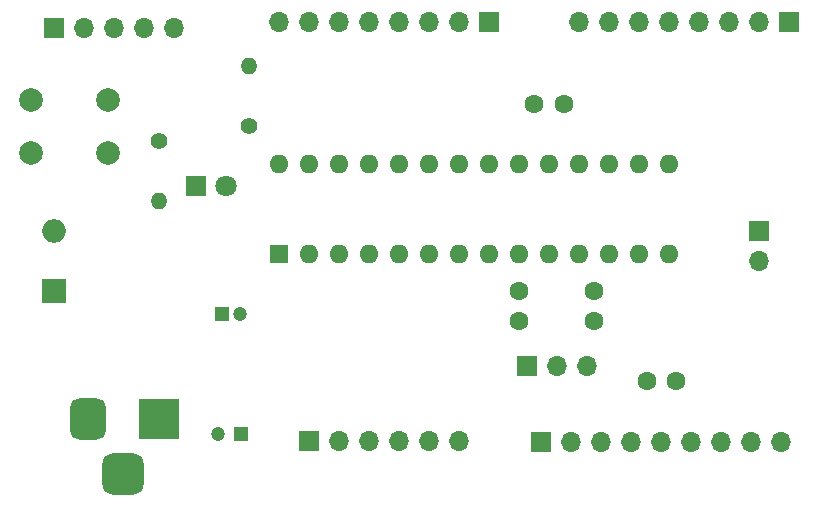
<source format=gbr>
%TF.GenerationSoftware,KiCad,Pcbnew,(6.0.1)*%
%TF.CreationDate,2022-02-10T17:55:29+03:30*%
%TF.ProjectId,PIC Microcontroller Development Board,50494320-4d69-4637-926f-636f6e74726f,rev?*%
%TF.SameCoordinates,Original*%
%TF.FileFunction,Soldermask,Top*%
%TF.FilePolarity,Negative*%
%FSLAX46Y46*%
G04 Gerber Fmt 4.6, Leading zero omitted, Abs format (unit mm)*
G04 Created by KiCad (PCBNEW (6.0.1)) date 2022-02-10 17:55:29*
%MOMM*%
%LPD*%
G01*
G04 APERTURE LIST*
G04 Aperture macros list*
%AMRoundRect*
0 Rectangle with rounded corners*
0 $1 Rounding radius*
0 $2 $3 $4 $5 $6 $7 $8 $9 X,Y pos of 4 corners*
0 Add a 4 corners polygon primitive as box body*
4,1,4,$2,$3,$4,$5,$6,$7,$8,$9,$2,$3,0*
0 Add four circle primitives for the rounded corners*
1,1,$1+$1,$2,$3*
1,1,$1+$1,$4,$5*
1,1,$1+$1,$6,$7*
1,1,$1+$1,$8,$9*
0 Add four rect primitives between the rounded corners*
20,1,$1+$1,$2,$3,$4,$5,0*
20,1,$1+$1,$4,$5,$6,$7,0*
20,1,$1+$1,$6,$7,$8,$9,0*
20,1,$1+$1,$8,$9,$2,$3,0*%
G04 Aperture macros list end*
%ADD10R,1.600000X1.600000*%
%ADD11O,1.600000X1.600000*%
%ADD12R,2.000000X2.000000*%
%ADD13O,2.000000X2.000000*%
%ADD14C,2.000000*%
%ADD15C,1.400000*%
%ADD16O,1.400000X1.400000*%
%ADD17R,1.700000X1.700000*%
%ADD18O,1.700000X1.700000*%
%ADD19R,3.500000X3.500000*%
%ADD20RoundRect,0.750000X-0.750000X-1.000000X0.750000X-1.000000X0.750000X1.000000X-0.750000X1.000000X0*%
%ADD21RoundRect,0.875000X-0.875000X-0.875000X0.875000X-0.875000X0.875000X0.875000X-0.875000X0.875000X0*%
%ADD22R,1.800000X1.800000*%
%ADD23C,1.800000*%
%ADD24C,1.600000*%
%ADD25R,1.200000X1.200000*%
%ADD26C,1.200000*%
G04 APERTURE END LIST*
D10*
%TO.C,U2*%
X120660000Y-97780000D03*
D11*
X123200000Y-97780000D03*
X125740000Y-97780000D03*
X128280000Y-97780000D03*
X130820000Y-97780000D03*
X133360000Y-97780000D03*
X135900000Y-97780000D03*
X138440000Y-97780000D03*
X140980000Y-97780000D03*
X143520000Y-97780000D03*
X146060000Y-97780000D03*
X148600000Y-97780000D03*
X151140000Y-97780000D03*
X153680000Y-97780000D03*
X153680000Y-90160000D03*
X151140000Y-90160000D03*
X148600000Y-90160000D03*
X146060000Y-90160000D03*
X143520000Y-90160000D03*
X140980000Y-90160000D03*
X138440000Y-90160000D03*
X135900000Y-90160000D03*
X133360000Y-90160000D03*
X130820000Y-90160000D03*
X128280000Y-90160000D03*
X125740000Y-90160000D03*
X123200000Y-90160000D03*
X120660000Y-90160000D03*
%TD*%
D12*
%TO.C,U1*%
X101600000Y-100965000D03*
D13*
X101600000Y-95885000D03*
%TD*%
D14*
%TO.C,SW1*%
X106195000Y-84745000D03*
X99695000Y-84745000D03*
X106195000Y-89245000D03*
X99695000Y-89245000D03*
%TD*%
D15*
%TO.C,R2*%
X110490000Y-88265000D03*
D16*
X110490000Y-93345000D03*
%TD*%
D15*
%TO.C,R1*%
X118110000Y-86995000D03*
D16*
X118110000Y-81915000D03*
%TD*%
D17*
%TO.C,J8*%
X141645000Y-107315000D03*
D18*
X144185000Y-107315000D03*
X146725000Y-107315000D03*
%TD*%
D17*
%TO.C,J7*%
X101630000Y-78715000D03*
D18*
X104170000Y-78715000D03*
X106710000Y-78715000D03*
X109250000Y-78715000D03*
X111790000Y-78715000D03*
%TD*%
D17*
%TO.C,J6*%
X163815000Y-78155000D03*
D18*
X161275000Y-78155000D03*
X158735000Y-78155000D03*
X156195000Y-78155000D03*
X153655000Y-78155000D03*
X151115000Y-78155000D03*
X148575000Y-78155000D03*
X146035000Y-78155000D03*
%TD*%
D17*
%TO.C,J5*%
X138430000Y-78130000D03*
D18*
X135890000Y-78130000D03*
X133350000Y-78130000D03*
X130810000Y-78130000D03*
X128270000Y-78130000D03*
X125730000Y-78130000D03*
X123190000Y-78130000D03*
X120650000Y-78130000D03*
%TD*%
D17*
%TO.C,J4*%
X123190000Y-113665000D03*
D18*
X125730000Y-113665000D03*
X128270000Y-113665000D03*
X130810000Y-113665000D03*
X133350000Y-113665000D03*
X135890000Y-113665000D03*
%TD*%
D17*
%TO.C,J3*%
X142875000Y-113690000D03*
D18*
X145415000Y-113690000D03*
X147955000Y-113690000D03*
X150495000Y-113690000D03*
X153035000Y-113690000D03*
X155575000Y-113690000D03*
X158115000Y-113690000D03*
X160655000Y-113690000D03*
X163195000Y-113690000D03*
%TD*%
D19*
%TO.C,J2*%
X110490000Y-111760000D03*
D20*
X104490000Y-111760000D03*
D21*
X107490000Y-116460000D03*
%TD*%
D17*
%TO.C,J1*%
X161290000Y-95880000D03*
D18*
X161290000Y-98420000D03*
%TD*%
D22*
%TO.C,D1*%
X113660000Y-92075000D03*
D23*
X116200000Y-92075000D03*
%TD*%
D24*
%TO.C,C6*%
X147360000Y-103485000D03*
X147360000Y-100985000D03*
%TD*%
%TO.C,C5*%
X141010000Y-100985000D03*
X141010000Y-103485000D03*
%TD*%
%TO.C,C4*%
X154305000Y-108585000D03*
X151805000Y-108585000D03*
%TD*%
D25*
%TO.C,C3*%
X117475000Y-113030000D03*
D26*
X115475000Y-113030000D03*
%TD*%
D24*
%TO.C,C2*%
X142260000Y-85090000D03*
X144760000Y-85090000D03*
%TD*%
D25*
%TO.C,C1*%
X115867400Y-102870000D03*
D26*
X117367400Y-102870000D03*
%TD*%
M02*

</source>
